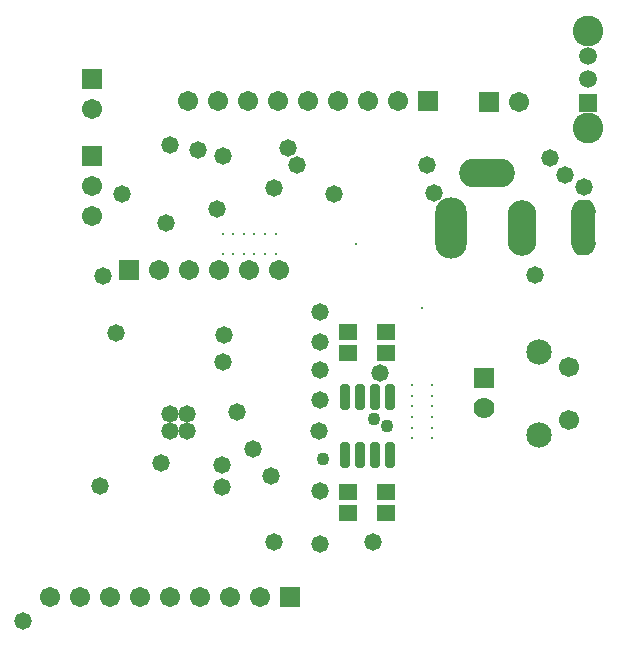
<source format=gbs>
G04*
G04 #@! TF.GenerationSoftware,Altium Limited,Altium Designer,20.0.2 (26)*
G04*
G04 Layer_Color=16711935*
%FSLAX25Y25*%
%MOIN*%
G70*
G01*
G75*
%ADD15C,0.01000*%
%ADD16R,0.06312X0.05524*%
%ADD30R,0.06706X0.06706*%
%ADD31C,0.06706*%
%ADD32R,0.06706X0.06706*%
%ADD33C,0.00800*%
%ADD34R,0.05950X0.05950*%
%ADD35C,0.05950*%
%ADD36C,0.10249*%
%ADD37C,0.07001*%
%ADD38R,0.07001X0.07001*%
%ADD39O,0.18517X0.09658*%
%ADD40O,0.09658X0.18517*%
%ADD41O,0.10642X0.20485*%
%ADD42C,0.06698*%
%ADD43C,0.08477*%
%ADD44C,0.04343*%
%ADD45C,0.05800*%
%ADD85R,0.03800X0.03800*%
%ADD86C,0.03800*%
G04:AMPARAMS|DCode=87|XSize=85.56mil|YSize=31.23mil|CornerRadius=6.9mil|HoleSize=0mil|Usage=FLASHONLY|Rotation=270.000|XOffset=0mil|YOffset=0mil|HoleType=Round|Shape=RoundedRectangle|*
%AMROUNDEDRECTD87*
21,1,0.08556,0.01742,0,0,270.0*
21,1,0.07175,0.03123,0,0,270.0*
1,1,0.01381,-0.00871,-0.03588*
1,1,0.01381,-0.00871,0.03588*
1,1,0.01381,0.00871,0.03588*
1,1,0.01381,0.00871,-0.03588*
%
%ADD87ROUNDEDRECTD87*%
G36*
X232899Y196100D02*
X234781Y194219D01*
X234781Y192275D01*
X235500D01*
Y182300D01*
X234782D01*
X234782Y180818D01*
X234581Y180419D01*
X234382Y180219D01*
X233682Y179619D01*
X231881Y178718D01*
X229082Y179419D01*
X228681Y180119D01*
X227981Y181419D01*
X228003Y182300D01*
X227500D01*
Y192275D01*
X228252D01*
X228295Y193995D01*
X230400Y196100D01*
X232899Y196100D01*
D02*
G37*
D15*
X235138Y192775D02*
X234993Y193782D01*
X234570Y194708D01*
X233904Y195476D01*
X233048Y196027D01*
X232072Y196313D01*
X231054D01*
X230078Y196027D01*
X229222Y195476D01*
X228556Y194708D01*
X228133Y193782D01*
X227988Y192775D01*
X228133Y191768D01*
X228556Y190842D01*
X229222Y190073D01*
X230078Y189523D01*
X231054Y189236D01*
X232072D01*
X233048Y189523D01*
X233904Y190073D01*
X234570Y190842D01*
X234993Y191768D01*
X235138Y192775D01*
X235075Y182225D02*
X234930Y183232D01*
X234507Y184158D01*
X233841Y184927D01*
X232985Y185477D01*
X232009Y185764D01*
X230991D01*
X230015Y185477D01*
X229159Y184927D01*
X228493Y184158D01*
X228070Y183232D01*
X227925Y182225D01*
X228070Y181218D01*
X228493Y180292D01*
X229159Y179524D01*
X230015Y178973D01*
X230991Y178687D01*
X232009D01*
X232985Y178973D01*
X233841Y179524D01*
X234507Y180292D01*
X234930Y181218D01*
X235075Y182225D01*
D16*
X165800Y99187D02*
D03*
Y92100D02*
D03*
X153100Y99187D02*
D03*
Y92100D02*
D03*
X165800Y152543D02*
D03*
Y145457D02*
D03*
X153100Y145457D02*
D03*
Y152543D02*
D03*
D30*
X68000Y211200D02*
D03*
Y236900D02*
D03*
D31*
Y201200D02*
D03*
Y191200D02*
D03*
X114000Y64100D02*
D03*
X104000D02*
D03*
X94000D02*
D03*
X84000D02*
D03*
X74000D02*
D03*
X64000D02*
D03*
X54000D02*
D03*
X124000D02*
D03*
X159800Y229600D02*
D03*
X149800D02*
D03*
X139800D02*
D03*
X129800D02*
D03*
X119800D02*
D03*
X109800D02*
D03*
X99800D02*
D03*
X169800D02*
D03*
X210300Y229100D02*
D03*
X90100Y173100D02*
D03*
X100100D02*
D03*
X110100D02*
D03*
X120100D02*
D03*
X130100D02*
D03*
X68000Y226900D02*
D03*
D32*
X134000Y64100D02*
D03*
X179800Y229600D02*
D03*
X200300Y229100D02*
D03*
X80100Y173100D02*
D03*
D33*
X177900Y160600D02*
D03*
X156000Y181900D02*
D03*
X111383Y185100D02*
D03*
X114927D02*
D03*
X118470D02*
D03*
X122013D02*
D03*
X125557D02*
D03*
X129100D02*
D03*
X174500Y117070D02*
D03*
Y120613D02*
D03*
Y124157D02*
D03*
Y127700D02*
D03*
Y131243D02*
D03*
Y134787D02*
D03*
X181200Y117070D02*
D03*
Y120613D02*
D03*
Y124157D02*
D03*
Y127700D02*
D03*
Y131243D02*
D03*
Y134787D02*
D03*
X129100Y178600D02*
D03*
X125557D02*
D03*
X122013D02*
D03*
X118470D02*
D03*
X114927D02*
D03*
X111383D02*
D03*
D34*
X233300Y228852D02*
D03*
D35*
Y236726D02*
D03*
Y244600D02*
D03*
D36*
Y252868D02*
D03*
Y220584D02*
D03*
D37*
X198367Y127179D02*
D03*
D38*
Y137021D02*
D03*
D39*
X199489Y205604D02*
D03*
D40*
X211300Y187100D02*
D03*
D41*
X187678D02*
D03*
D42*
X226800Y123242D02*
D03*
Y140958D02*
D03*
D43*
X216997Y145899D02*
D03*
Y118301D02*
D03*
D44*
X162000Y123600D02*
D03*
X166100Y121200D02*
D03*
X144700Y110200D02*
D03*
D45*
X143500Y119500D02*
D03*
X164000Y138700D02*
D03*
X103100Y213300D02*
D03*
X231900Y201000D02*
D03*
X215400Y171500D02*
D03*
X225600Y204900D02*
D03*
X220400Y210500D02*
D03*
X143900Y129700D02*
D03*
Y139700D02*
D03*
Y149200D02*
D03*
Y82000D02*
D03*
X45000Y56200D02*
D03*
X109400Y193600D02*
D03*
X136100Y208100D02*
D03*
X93800Y215000D02*
D03*
X179600Y208300D02*
D03*
X133300Y213800D02*
D03*
X92400Y188700D02*
D03*
X78000Y198400D02*
D03*
X181700Y199000D02*
D03*
X111600Y211300D02*
D03*
X148400Y198500D02*
D03*
X128600Y200500D02*
D03*
X111700Y151400D02*
D03*
X111500Y142500D02*
D03*
X161500Y82400D02*
D03*
X127400Y104400D02*
D03*
X143900Y99600D02*
D03*
X116250Y125850D02*
D03*
X91000Y109000D02*
D03*
X111100Y108300D02*
D03*
Y100700D02*
D03*
X143900Y159300D02*
D03*
X71500Y171100D02*
D03*
X99500Y125100D02*
D03*
Y119600D02*
D03*
X94000D02*
D03*
Y125100D02*
D03*
X128500Y82600D02*
D03*
X70500Y101100D02*
D03*
X121500Y113600D02*
D03*
X76000Y152100D02*
D03*
D85*
X231400Y187500D02*
D03*
D86*
X231500Y181200D02*
D03*
X231563Y193731D02*
D03*
D87*
X152200Y111356D02*
D03*
X157200D02*
D03*
X162200D02*
D03*
X167200D02*
D03*
Y130844D02*
D03*
X162200D02*
D03*
X157200D02*
D03*
X152200D02*
D03*
M02*

</source>
